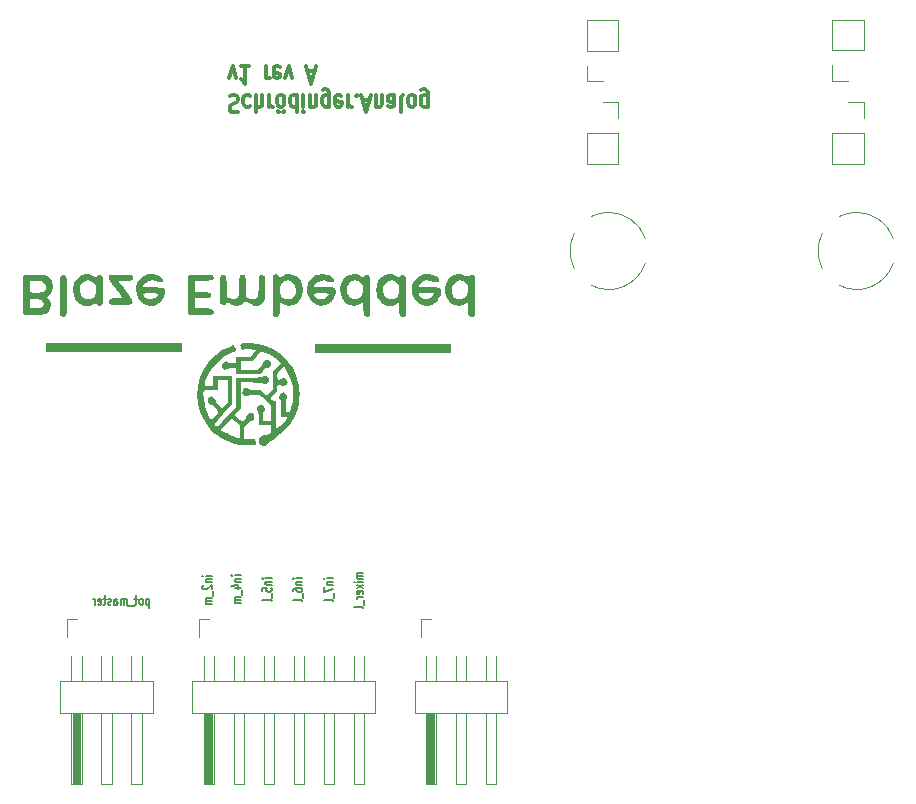
<source format=gbr>
%TF.GenerationSoftware,KiCad,Pcbnew,(6.0.0)*%
%TF.CreationDate,2022-06-06T22:40:39+03:00*%
%TF.ProjectId,analog_board,616e616c-6f67-45f6-926f-6172642e6b69,rev?*%
%TF.SameCoordinates,Original*%
%TF.FileFunction,Legend,Bot*%
%TF.FilePolarity,Positive*%
%FSLAX46Y46*%
G04 Gerber Fmt 4.6, Leading zero omitted, Abs format (unit mm)*
G04 Created by KiCad (PCBNEW (6.0.0)) date 2022-06-06 22:40:39*
%MOMM*%
%LPD*%
G01*
G04 APERTURE LIST*
%ADD10C,0.150000*%
%ADD11C,0.300000*%
%ADD12C,0.120000*%
%ADD13R,0.760000X6.000000*%
G04 APERTURE END LIST*
D10*
X141561904Y-121457142D02*
X141028571Y-121457142D01*
X140761904Y-121457142D02*
X140800000Y-121428571D01*
X140838095Y-121457142D01*
X140800000Y-121485714D01*
X140761904Y-121457142D01*
X140838095Y-121457142D01*
X141028571Y-121742857D02*
X141561904Y-121742857D01*
X141104761Y-121742857D02*
X141066666Y-121771428D01*
X141028571Y-121828571D01*
X141028571Y-121914285D01*
X141066666Y-121971428D01*
X141142857Y-122000000D01*
X141561904Y-122000000D01*
X140761904Y-122542857D02*
X140761904Y-122428571D01*
X140800000Y-122371428D01*
X140838095Y-122342857D01*
X140952380Y-122285714D01*
X141104761Y-122257142D01*
X141409523Y-122257142D01*
X141485714Y-122285714D01*
X141523809Y-122314285D01*
X141561904Y-122371428D01*
X141561904Y-122485714D01*
X141523809Y-122542857D01*
X141485714Y-122571428D01*
X141409523Y-122600000D01*
X141219047Y-122600000D01*
X141142857Y-122571428D01*
X141104761Y-122542857D01*
X141066666Y-122485714D01*
X141066666Y-122371428D01*
X141104761Y-122314285D01*
X141142857Y-122285714D01*
X141219047Y-122257142D01*
X141638095Y-122714285D02*
X141638095Y-123171428D01*
X141561904Y-123400000D02*
X141523809Y-123342857D01*
X141447619Y-123314285D01*
X140761904Y-123314285D01*
X146711904Y-120978571D02*
X146178571Y-120978571D01*
X146254761Y-120978571D02*
X146216666Y-121007142D01*
X146178571Y-121064285D01*
X146178571Y-121150000D01*
X146216666Y-121207142D01*
X146292857Y-121235714D01*
X146711904Y-121235714D01*
X146292857Y-121235714D02*
X146216666Y-121264285D01*
X146178571Y-121321428D01*
X146178571Y-121407142D01*
X146216666Y-121464285D01*
X146292857Y-121492857D01*
X146711904Y-121492857D01*
X146711904Y-121778571D02*
X146178571Y-121778571D01*
X145911904Y-121778571D02*
X145950000Y-121750000D01*
X145988095Y-121778571D01*
X145950000Y-121807142D01*
X145911904Y-121778571D01*
X145988095Y-121778571D01*
X146711904Y-122007142D02*
X146178571Y-122321428D01*
X146178571Y-122007142D02*
X146711904Y-122321428D01*
X146673809Y-122778571D02*
X146711904Y-122721428D01*
X146711904Y-122607142D01*
X146673809Y-122550000D01*
X146597619Y-122521428D01*
X146292857Y-122521428D01*
X146216666Y-122550000D01*
X146178571Y-122607142D01*
X146178571Y-122721428D01*
X146216666Y-122778571D01*
X146292857Y-122807142D01*
X146369047Y-122807142D01*
X146445238Y-122521428D01*
X146711904Y-123064285D02*
X146178571Y-123064285D01*
X146330952Y-123064285D02*
X146254761Y-123092857D01*
X146216666Y-123121428D01*
X146178571Y-123178571D01*
X146178571Y-123235714D01*
X146788095Y-123292857D02*
X146788095Y-123750000D01*
X146711904Y-123978571D02*
X146673809Y-123921428D01*
X146597619Y-123892857D01*
X145911904Y-123892857D01*
X136355934Y-121206585D02*
X135822601Y-121206585D01*
X135555934Y-121206585D02*
X135594030Y-121178014D01*
X135632125Y-121206585D01*
X135594030Y-121235157D01*
X135555934Y-121206585D01*
X135632125Y-121206585D01*
X135822601Y-121492300D02*
X136355934Y-121492300D01*
X135898791Y-121492300D02*
X135860696Y-121520871D01*
X135822601Y-121578014D01*
X135822601Y-121663728D01*
X135860696Y-121720871D01*
X135936887Y-121749442D01*
X136355934Y-121749442D01*
X135822601Y-122292300D02*
X136355934Y-122292300D01*
X135517839Y-122149442D02*
X136089268Y-122006585D01*
X136089268Y-122378014D01*
X136432125Y-122463728D02*
X136432125Y-122920871D01*
X136355934Y-123063728D02*
X135822601Y-123063728D01*
X135898791Y-123063728D02*
X135860696Y-123092300D01*
X135822601Y-123149442D01*
X135822601Y-123235157D01*
X135860696Y-123292300D01*
X135936887Y-123320871D01*
X136355934Y-123320871D01*
X135936887Y-123320871D02*
X135860696Y-123349442D01*
X135822601Y-123406585D01*
X135822601Y-123492300D01*
X135860696Y-123549442D01*
X135936887Y-123578014D01*
X136355934Y-123578014D01*
X144161904Y-121457142D02*
X143628571Y-121457142D01*
X143361904Y-121457142D02*
X143400000Y-121428571D01*
X143438095Y-121457142D01*
X143400000Y-121485714D01*
X143361904Y-121457142D01*
X143438095Y-121457142D01*
X143628571Y-121742857D02*
X144161904Y-121742857D01*
X143704761Y-121742857D02*
X143666666Y-121771428D01*
X143628571Y-121828571D01*
X143628571Y-121914285D01*
X143666666Y-121971428D01*
X143742857Y-122000000D01*
X144161904Y-122000000D01*
X143361904Y-122228571D02*
X143361904Y-122628571D01*
X144161904Y-122371428D01*
X144238095Y-122714285D02*
X144238095Y-123171428D01*
X144161904Y-123400000D02*
X144123809Y-123342857D01*
X144047619Y-123314285D01*
X143361904Y-123314285D01*
X128578571Y-123178571D02*
X128578571Y-123978571D01*
X128578571Y-123216666D02*
X128521428Y-123178571D01*
X128407142Y-123178571D01*
X128350000Y-123216666D01*
X128321428Y-123254761D01*
X128292857Y-123330952D01*
X128292857Y-123559523D01*
X128321428Y-123635714D01*
X128350000Y-123673809D01*
X128407142Y-123711904D01*
X128521428Y-123711904D01*
X128578571Y-123673809D01*
X127950000Y-123711904D02*
X128007142Y-123673809D01*
X128035714Y-123635714D01*
X128064285Y-123559523D01*
X128064285Y-123330952D01*
X128035714Y-123254761D01*
X128007142Y-123216666D01*
X127950000Y-123178571D01*
X127864285Y-123178571D01*
X127807142Y-123216666D01*
X127778571Y-123254761D01*
X127750000Y-123330952D01*
X127750000Y-123559523D01*
X127778571Y-123635714D01*
X127807142Y-123673809D01*
X127864285Y-123711904D01*
X127950000Y-123711904D01*
X127578571Y-123178571D02*
X127350000Y-123178571D01*
X127492857Y-122911904D02*
X127492857Y-123597619D01*
X127464285Y-123673809D01*
X127407142Y-123711904D01*
X127350000Y-123711904D01*
X127292857Y-123788095D02*
X126835714Y-123788095D01*
X126692857Y-123711904D02*
X126692857Y-123178571D01*
X126692857Y-123254761D02*
X126664285Y-123216666D01*
X126607142Y-123178571D01*
X126521428Y-123178571D01*
X126464285Y-123216666D01*
X126435714Y-123292857D01*
X126435714Y-123711904D01*
X126435714Y-123292857D02*
X126407142Y-123216666D01*
X126350000Y-123178571D01*
X126264285Y-123178571D01*
X126207142Y-123216666D01*
X126178571Y-123292857D01*
X126178571Y-123711904D01*
X125635714Y-123711904D02*
X125635714Y-123292857D01*
X125664285Y-123216666D01*
X125721428Y-123178571D01*
X125835714Y-123178571D01*
X125892857Y-123216666D01*
X125635714Y-123673809D02*
X125692857Y-123711904D01*
X125835714Y-123711904D01*
X125892857Y-123673809D01*
X125921428Y-123597619D01*
X125921428Y-123521428D01*
X125892857Y-123445238D01*
X125835714Y-123407142D01*
X125692857Y-123407142D01*
X125635714Y-123369047D01*
X125378571Y-123673809D02*
X125321428Y-123711904D01*
X125207142Y-123711904D01*
X125150000Y-123673809D01*
X125121428Y-123597619D01*
X125121428Y-123559523D01*
X125150000Y-123483333D01*
X125207142Y-123445238D01*
X125292857Y-123445238D01*
X125350000Y-123407142D01*
X125378571Y-123330952D01*
X125378571Y-123292857D01*
X125350000Y-123216666D01*
X125292857Y-123178571D01*
X125207142Y-123178571D01*
X125150000Y-123216666D01*
X124950000Y-123178571D02*
X124721428Y-123178571D01*
X124864285Y-122911904D02*
X124864285Y-123597619D01*
X124835714Y-123673809D01*
X124778571Y-123711904D01*
X124721428Y-123711904D01*
X124292857Y-123673809D02*
X124350000Y-123711904D01*
X124464285Y-123711904D01*
X124521428Y-123673809D01*
X124550000Y-123597619D01*
X124550000Y-123292857D01*
X124521428Y-123216666D01*
X124464285Y-123178571D01*
X124350000Y-123178571D01*
X124292857Y-123216666D01*
X124264285Y-123292857D01*
X124264285Y-123369047D01*
X124550000Y-123445238D01*
X124007142Y-123711904D02*
X124007142Y-123178571D01*
X124007142Y-123330952D02*
X123978571Y-123254761D01*
X123950000Y-123216666D01*
X123892857Y-123178571D01*
X123835714Y-123178571D01*
D11*
X135423571Y-80600357D02*
X135595000Y-80528928D01*
X135880714Y-80528928D01*
X135995000Y-80600357D01*
X136052142Y-80671785D01*
X136109285Y-80814642D01*
X136109285Y-80957500D01*
X136052142Y-81100357D01*
X135995000Y-81171785D01*
X135880714Y-81243214D01*
X135652142Y-81314642D01*
X135537857Y-81386071D01*
X135480714Y-81457500D01*
X135423571Y-81600357D01*
X135423571Y-81743214D01*
X135480714Y-81886071D01*
X135537857Y-81957500D01*
X135652142Y-82028928D01*
X135937857Y-82028928D01*
X136109285Y-81957500D01*
X137137857Y-80600357D02*
X137023571Y-80528928D01*
X136795000Y-80528928D01*
X136680714Y-80600357D01*
X136623571Y-80671785D01*
X136566428Y-80814642D01*
X136566428Y-81243214D01*
X136623571Y-81386071D01*
X136680714Y-81457500D01*
X136795000Y-81528928D01*
X137023571Y-81528928D01*
X137137857Y-81457500D01*
X137652142Y-80528928D02*
X137652142Y-82028928D01*
X138166428Y-80528928D02*
X138166428Y-81314642D01*
X138109285Y-81457500D01*
X137995000Y-81528928D01*
X137823571Y-81528928D01*
X137709285Y-81457500D01*
X137652142Y-81386071D01*
X138737857Y-80528928D02*
X138737857Y-81528928D01*
X138737857Y-81243214D02*
X138795000Y-81386071D01*
X138852142Y-81457500D01*
X138966428Y-81528928D01*
X139080714Y-81528928D01*
X139652142Y-80528928D02*
X139537857Y-80600357D01*
X139480714Y-80671785D01*
X139423571Y-80814642D01*
X139423571Y-81243214D01*
X139480714Y-81386071D01*
X139537857Y-81457500D01*
X139652142Y-81528928D01*
X139823571Y-81528928D01*
X139937857Y-81457500D01*
X139995000Y-81386071D01*
X140052142Y-81243214D01*
X140052142Y-80814642D01*
X139995000Y-80671785D01*
X139937857Y-80600357D01*
X139823571Y-80528928D01*
X139652142Y-80528928D01*
X139537857Y-82028928D02*
X139595000Y-81957500D01*
X139537857Y-81886071D01*
X139480714Y-81957500D01*
X139537857Y-82028928D01*
X139537857Y-81886071D01*
X139995000Y-82028928D02*
X140052142Y-81957500D01*
X139995000Y-81886071D01*
X139937857Y-81957500D01*
X139995000Y-82028928D01*
X139995000Y-81886071D01*
X141080714Y-80528928D02*
X141080714Y-82028928D01*
X141080714Y-80600357D02*
X140966428Y-80528928D01*
X140737857Y-80528928D01*
X140623571Y-80600357D01*
X140566428Y-80671785D01*
X140509285Y-80814642D01*
X140509285Y-81243214D01*
X140566428Y-81386071D01*
X140623571Y-81457500D01*
X140737857Y-81528928D01*
X140966428Y-81528928D01*
X141080714Y-81457500D01*
X141652142Y-80528928D02*
X141652142Y-81528928D01*
X141652142Y-82028928D02*
X141595000Y-81957500D01*
X141652142Y-81886071D01*
X141709285Y-81957500D01*
X141652142Y-82028928D01*
X141652142Y-81886071D01*
X142223571Y-81528928D02*
X142223571Y-80528928D01*
X142223571Y-81386071D02*
X142280714Y-81457500D01*
X142395000Y-81528928D01*
X142566428Y-81528928D01*
X142680714Y-81457500D01*
X142737857Y-81314642D01*
X142737857Y-80528928D01*
X143823571Y-81528928D02*
X143823571Y-80314642D01*
X143766428Y-80171785D01*
X143709285Y-80100357D01*
X143595000Y-80028928D01*
X143423571Y-80028928D01*
X143309285Y-80100357D01*
X143823571Y-80600357D02*
X143709285Y-80528928D01*
X143480714Y-80528928D01*
X143366428Y-80600357D01*
X143309285Y-80671785D01*
X143252142Y-80814642D01*
X143252142Y-81243214D01*
X143309285Y-81386071D01*
X143366428Y-81457500D01*
X143480714Y-81528928D01*
X143709285Y-81528928D01*
X143823571Y-81457500D01*
X144852142Y-80600357D02*
X144737857Y-80528928D01*
X144509285Y-80528928D01*
X144395000Y-80600357D01*
X144337857Y-80743214D01*
X144337857Y-81314642D01*
X144395000Y-81457500D01*
X144509285Y-81528928D01*
X144737857Y-81528928D01*
X144852142Y-81457500D01*
X144909285Y-81314642D01*
X144909285Y-81171785D01*
X144337857Y-81028928D01*
X145423571Y-80528928D02*
X145423571Y-81528928D01*
X145423571Y-81243214D02*
X145480714Y-81386071D01*
X145537857Y-81457500D01*
X145652142Y-81528928D01*
X145766428Y-81528928D01*
X146166428Y-80671785D02*
X146223571Y-80600357D01*
X146166428Y-80528928D01*
X146109285Y-80600357D01*
X146166428Y-80671785D01*
X146166428Y-80528928D01*
X146680714Y-80957500D02*
X147252142Y-80957500D01*
X146566428Y-80528928D02*
X146966428Y-82028928D01*
X147366428Y-80528928D01*
X147766428Y-81528928D02*
X147766428Y-80528928D01*
X147766428Y-81386071D02*
X147823571Y-81457500D01*
X147937857Y-81528928D01*
X148109285Y-81528928D01*
X148223571Y-81457500D01*
X148280714Y-81314642D01*
X148280714Y-80528928D01*
X149366428Y-80528928D02*
X149366428Y-81314642D01*
X149309285Y-81457500D01*
X149195000Y-81528928D01*
X148966428Y-81528928D01*
X148852142Y-81457500D01*
X149366428Y-80600357D02*
X149252142Y-80528928D01*
X148966428Y-80528928D01*
X148852142Y-80600357D01*
X148795000Y-80743214D01*
X148795000Y-80886071D01*
X148852142Y-81028928D01*
X148966428Y-81100357D01*
X149252142Y-81100357D01*
X149366428Y-81171785D01*
X150109285Y-80528928D02*
X149995000Y-80600357D01*
X149937857Y-80743214D01*
X149937857Y-82028928D01*
X150737857Y-80528928D02*
X150623571Y-80600357D01*
X150566428Y-80671785D01*
X150509285Y-80814642D01*
X150509285Y-81243214D01*
X150566428Y-81386071D01*
X150623571Y-81457500D01*
X150737857Y-81528928D01*
X150909285Y-81528928D01*
X151023571Y-81457500D01*
X151080714Y-81386071D01*
X151137857Y-81243214D01*
X151137857Y-80814642D01*
X151080714Y-80671785D01*
X151023571Y-80600357D01*
X150909285Y-80528928D01*
X150737857Y-80528928D01*
X152166428Y-81528928D02*
X152166428Y-80314642D01*
X152109285Y-80171785D01*
X152052142Y-80100357D01*
X151937857Y-80028928D01*
X151766428Y-80028928D01*
X151652142Y-80100357D01*
X152166428Y-80600357D02*
X152052142Y-80528928D01*
X151823571Y-80528928D01*
X151709285Y-80600357D01*
X151652142Y-80671785D01*
X151595000Y-80814642D01*
X151595000Y-81243214D01*
X151652142Y-81386071D01*
X151709285Y-81457500D01*
X151823571Y-81528928D01*
X152052142Y-81528928D01*
X152166428Y-81457500D01*
X135366428Y-79113928D02*
X135652142Y-78113928D01*
X135937857Y-79113928D01*
X137023571Y-78113928D02*
X136337857Y-78113928D01*
X136680714Y-78113928D02*
X136680714Y-79613928D01*
X136566428Y-79399642D01*
X136452142Y-79256785D01*
X136337857Y-79185357D01*
X138452142Y-78113928D02*
X138452142Y-79113928D01*
X138452142Y-78828214D02*
X138509285Y-78971071D01*
X138566428Y-79042500D01*
X138680714Y-79113928D01*
X138795000Y-79113928D01*
X139652142Y-78185357D02*
X139537857Y-78113928D01*
X139309285Y-78113928D01*
X139195000Y-78185357D01*
X139137857Y-78328214D01*
X139137857Y-78899642D01*
X139195000Y-79042500D01*
X139309285Y-79113928D01*
X139537857Y-79113928D01*
X139652142Y-79042500D01*
X139709285Y-78899642D01*
X139709285Y-78756785D01*
X139137857Y-78613928D01*
X140109285Y-79113928D02*
X140395000Y-78113928D01*
X140680714Y-79113928D01*
X141995000Y-78542500D02*
X142566428Y-78542500D01*
X141880714Y-78113928D02*
X142280714Y-79613928D01*
X142680714Y-78113928D01*
D10*
X133911904Y-121264285D02*
X133378571Y-121264285D01*
X133111904Y-121264285D02*
X133150000Y-121235714D01*
X133188095Y-121264285D01*
X133150000Y-121292857D01*
X133111904Y-121264285D01*
X133188095Y-121264285D01*
X133378571Y-121550000D02*
X133911904Y-121550000D01*
X133454761Y-121550000D02*
X133416666Y-121578571D01*
X133378571Y-121635714D01*
X133378571Y-121721428D01*
X133416666Y-121778571D01*
X133492857Y-121807142D01*
X133911904Y-121807142D01*
X133188095Y-122064285D02*
X133150000Y-122092857D01*
X133111904Y-122150000D01*
X133111904Y-122292857D01*
X133150000Y-122350000D01*
X133188095Y-122378571D01*
X133264285Y-122407142D01*
X133340476Y-122407142D01*
X133454761Y-122378571D01*
X133911904Y-122035714D01*
X133911904Y-122407142D01*
X133988095Y-122521428D02*
X133988095Y-122978571D01*
X133911904Y-123121428D02*
X133378571Y-123121428D01*
X133454761Y-123121428D02*
X133416666Y-123150000D01*
X133378571Y-123207142D01*
X133378571Y-123292857D01*
X133416666Y-123350000D01*
X133492857Y-123378571D01*
X133911904Y-123378571D01*
X133492857Y-123378571D02*
X133416666Y-123407142D01*
X133378571Y-123464285D01*
X133378571Y-123550000D01*
X133416666Y-123607142D01*
X133492857Y-123635714D01*
X133911904Y-123635714D01*
X138961904Y-121457142D02*
X138428571Y-121457142D01*
X138161904Y-121457142D02*
X138200000Y-121428571D01*
X138238095Y-121457142D01*
X138200000Y-121485714D01*
X138161904Y-121457142D01*
X138238095Y-121457142D01*
X138428571Y-121742857D02*
X138961904Y-121742857D01*
X138504761Y-121742857D02*
X138466666Y-121771428D01*
X138428571Y-121828571D01*
X138428571Y-121914285D01*
X138466666Y-121971428D01*
X138542857Y-122000000D01*
X138961904Y-122000000D01*
X138161904Y-122571428D02*
X138161904Y-122285714D01*
X138542857Y-122257142D01*
X138504761Y-122285714D01*
X138466666Y-122342857D01*
X138466666Y-122485714D01*
X138504761Y-122542857D01*
X138542857Y-122571428D01*
X138619047Y-122600000D01*
X138809523Y-122600000D01*
X138885714Y-122571428D01*
X138923809Y-122542857D01*
X138961904Y-122485714D01*
X138961904Y-122342857D01*
X138923809Y-122285714D01*
X138885714Y-122257142D01*
X139038095Y-122714285D02*
X139038095Y-123171428D01*
X138961904Y-123400000D02*
X138923809Y-123342857D01*
X138847619Y-123314285D01*
X138161904Y-123314285D01*
D12*
%TO.C,RV1*%
X188556863Y-90479925D02*
G75*
G03*
X187015000Y-90836000I-56863J-3270073D01*
G01*
X191591846Y-92685392D02*
G75*
G03*
X188500000Y-90480000I-3091845J-1064607D01*
G01*
X187016032Y-96663830D02*
G75*
G03*
X191592000Y-94814000I1483968J2913829D01*
G01*
X185586613Y-92264798D02*
G75*
G03*
X185586000Y-95234000I2913384J-1485203D01*
G01*
%TO.C,J9*%
X145910000Y-132895000D02*
X145910000Y-138895000D01*
X134090000Y-138895000D02*
X134090000Y-132895000D01*
X136630000Y-138895000D02*
X136630000Y-132895000D01*
X135750000Y-138895000D02*
X136630000Y-138895000D01*
X144250000Y-138895000D02*
X144250000Y-132895000D01*
X138290000Y-132895000D02*
X138290000Y-138895000D01*
X133210000Y-128045000D02*
X133210000Y-130155000D01*
X132260000Y-130155000D02*
X132260000Y-132895000D01*
X132830000Y-124905000D02*
X132830000Y-126475000D01*
X140830000Y-132895000D02*
X140830000Y-138895000D01*
X140830000Y-138895000D02*
X141710000Y-138895000D01*
X132260000Y-132895000D02*
X147740000Y-132895000D01*
X135750000Y-128045000D02*
X135750000Y-130155000D01*
X139170000Y-128045000D02*
X139170000Y-130155000D01*
X147740000Y-130155000D02*
X132260000Y-130155000D01*
X133210000Y-138895000D02*
X134090000Y-138895000D01*
X138290000Y-138895000D02*
X139170000Y-138895000D01*
X133210000Y-132895000D02*
X133210000Y-138895000D01*
X141710000Y-138895000D02*
X141710000Y-132895000D01*
X135750000Y-132895000D02*
X135750000Y-138895000D01*
X144250000Y-128045000D02*
X144250000Y-130155000D01*
X143370000Y-128045000D02*
X143370000Y-130155000D01*
X146790000Y-138895000D02*
X146790000Y-132895000D01*
X145910000Y-128045000D02*
X145910000Y-130155000D01*
X145910000Y-138895000D02*
X146790000Y-138895000D01*
X143370000Y-138895000D02*
X144250000Y-138895000D01*
X147740000Y-132895000D02*
X147740000Y-130155000D01*
X143370000Y-132895000D02*
X143370000Y-138895000D01*
X140830000Y-128045000D02*
X140830000Y-130155000D01*
X138290000Y-128045000D02*
X138290000Y-130155000D01*
X133650000Y-124905000D02*
X132830000Y-124905000D01*
X136630000Y-128045000D02*
X136630000Y-130155000D01*
X141710000Y-128045000D02*
X141710000Y-130155000D01*
X134090000Y-128045000D02*
X134090000Y-130155000D01*
X139170000Y-138895000D02*
X139170000Y-132895000D01*
X146790000Y-128045000D02*
X146790000Y-130155000D01*
%TO.C,RV3*%
X170591846Y-92685392D02*
G75*
G03*
X167500000Y-90480000I-3091845J-1064607D01*
G01*
X167556863Y-90479925D02*
G75*
G03*
X166015000Y-90836000I-56863J-3270073D01*
G01*
X164586613Y-92264798D02*
G75*
G03*
X164586000Y-95234000I2913384J-1485203D01*
G01*
X166016032Y-96663830D02*
G75*
G03*
X170592000Y-94814000I1483968J2913829D01*
G01*
%TO.C,J2*%
X189080000Y-83770000D02*
X189080000Y-86370000D01*
X186420000Y-83770000D02*
X186420000Y-86370000D01*
X189080000Y-81170000D02*
X187750000Y-81170000D01*
X189080000Y-82500000D02*
X189080000Y-81170000D01*
X189080000Y-83770000D02*
X186420000Y-83770000D01*
X189080000Y-86370000D02*
X186420000Y-86370000D01*
%TO.C,J6*%
X165670000Y-74205000D02*
X168330000Y-74205000D01*
X165670000Y-76805000D02*
X165670000Y-74205000D01*
X165670000Y-78075000D02*
X165670000Y-79405000D01*
X165670000Y-76805000D02*
X168330000Y-76805000D01*
X168330000Y-76805000D02*
X168330000Y-74205000D01*
X165670000Y-79405000D02*
X167000000Y-79405000D01*
%TO.C,RV6*%
X127100000Y-128045000D02*
X127100000Y-130155000D01*
X128930000Y-130155000D02*
X121070000Y-130155000D01*
X124560000Y-128045000D02*
X124560000Y-130155000D01*
X122900000Y-128045000D02*
X122900000Y-130155000D01*
X127100000Y-132895000D02*
X127100000Y-138895000D01*
X128930000Y-132895000D02*
X128930000Y-130155000D01*
X125440000Y-138895000D02*
X125440000Y-132895000D01*
X121070000Y-132895000D02*
X128930000Y-132895000D01*
X122020000Y-128045000D02*
X122020000Y-130155000D01*
X127100000Y-138895000D02*
X127980000Y-138895000D01*
X124560000Y-132895000D02*
X124560000Y-138895000D01*
X121070000Y-130155000D02*
X121070000Y-132895000D01*
X127980000Y-128045000D02*
X127980000Y-130155000D01*
X127980000Y-138895000D02*
X127980000Y-132895000D01*
X124560000Y-138895000D02*
X125440000Y-138895000D01*
X122020000Y-132895000D02*
X122020000Y-138895000D01*
X125440000Y-128045000D02*
X125440000Y-130155000D01*
X122020000Y-138895000D02*
X122900000Y-138895000D01*
X122900000Y-138895000D02*
X122900000Y-132895000D01*
X121640000Y-124905000D02*
X121640000Y-126475000D01*
X122460000Y-124905000D02*
X121640000Y-124905000D01*
%TO.C,G\u002A\u002A\u002A*%
G36*
X137521688Y-105907229D02*
G01*
X137461847Y-105907525D01*
X137250894Y-105916826D01*
X137119799Y-105941278D01*
X137051004Y-105983735D01*
X137002303Y-106022134D01*
X136865941Y-106056672D01*
X136711034Y-106040980D01*
X136583233Y-105975830D01*
X136538461Y-105917205D01*
X136494939Y-105767559D01*
X136503833Y-105605781D01*
X136566768Y-105480679D01*
X136684607Y-105394476D01*
X136844676Y-105371735D01*
X137030182Y-105444196D01*
X137085925Y-105474217D01*
X137216530Y-105520243D01*
X137384646Y-105543664D01*
X137622216Y-105550201D01*
X138034585Y-105550201D01*
X138301499Y-105778232D01*
X138568412Y-106006264D01*
X138829789Y-105705753D01*
X139091165Y-105405243D01*
X139091165Y-103876884D01*
X139409681Y-103569030D01*
X139728197Y-103261177D01*
X139575444Y-103101021D01*
X139492116Y-103021329D01*
X139266606Y-102843185D01*
X138992807Y-102660837D01*
X138702662Y-102494763D01*
X138428113Y-102365443D01*
X138096587Y-102230664D01*
X137948580Y-102398565D01*
X137849127Y-102509483D01*
X137702111Y-102670469D01*
X137550411Y-102834237D01*
X137300249Y-103102008D01*
X136336948Y-103102008D01*
X136336948Y-103816064D01*
X137807395Y-103816064D01*
X138015746Y-103579365D01*
X138107458Y-103463624D01*
X138191629Y-103327208D01*
X138224097Y-103230242D01*
X138229170Y-103177118D01*
X138295590Y-103051505D01*
X138417904Y-102977050D01*
X138569230Y-102958840D01*
X138722685Y-103001964D01*
X138851386Y-103111511D01*
X138899581Y-103183118D01*
X138925593Y-103279454D01*
X138891235Y-103398167D01*
X138839747Y-103482795D01*
X138735030Y-103581776D01*
X138621102Y-103641029D01*
X138531327Y-103638296D01*
X138526674Y-103637093D01*
X138465372Y-103670740D01*
X138360526Y-103761912D01*
X138231888Y-103893755D01*
X137974602Y-104175267D01*
X136964510Y-104161429D01*
X135954418Y-104147590D01*
X135938872Y-103905321D01*
X135923327Y-103663052D01*
X135658350Y-103664674D01*
X135579664Y-103667909D01*
X135408098Y-103694761D01*
X135294368Y-103741180D01*
X135222062Y-103784400D01*
X135057733Y-103814388D01*
X134907628Y-103765433D01*
X134798180Y-103650272D01*
X134755823Y-103481646D01*
X134769404Y-103370792D01*
X134848185Y-103217452D01*
X134977274Y-103125345D01*
X135133669Y-103107487D01*
X135294368Y-103176892D01*
X135332220Y-103198152D01*
X135475517Y-103237482D01*
X135658350Y-103253398D01*
X135923327Y-103255020D01*
X135938872Y-103012751D01*
X135954418Y-102770482D01*
X136550043Y-102756144D01*
X137145669Y-102741806D01*
X137405165Y-102442266D01*
X137664661Y-102142725D01*
X137409586Y-102107643D01*
X137272970Y-102094658D01*
X137042579Y-102086189D01*
X136816229Y-102089958D01*
X136477947Y-102107354D01*
X136382139Y-101863448D01*
X136352541Y-101786823D01*
X136320439Y-101672457D01*
X136343613Y-101609085D01*
X136437483Y-101576450D01*
X136617470Y-101554293D01*
X136641685Y-101552178D01*
X136806886Y-101546734D01*
X137024822Y-101548755D01*
X137255020Y-101558006D01*
X137823656Y-101628611D01*
X138453374Y-101800231D01*
X139048656Y-102064689D01*
X139600570Y-102417911D01*
X140100187Y-102855824D01*
X140373087Y-103159268D01*
X140751800Y-103699209D01*
X141040174Y-104286217D01*
X141237358Y-104918746D01*
X141255179Y-105001983D01*
X141311547Y-105411459D01*
X141331387Y-105860638D01*
X141315583Y-106315464D01*
X141265018Y-106741878D01*
X141180578Y-107105823D01*
X140934610Y-107732686D01*
X140602428Y-108312600D01*
X140189887Y-108830002D01*
X139698606Y-109282870D01*
X139130203Y-109669180D01*
X139045355Y-109719562D01*
X138885813Y-109821165D01*
X138775395Y-109901265D01*
X138734137Y-109945865D01*
X138733096Y-109952605D01*
X138688732Y-110022701D01*
X138599179Y-110117495D01*
X138420388Y-110224422D01*
X138232976Y-110238552D01*
X138060525Y-110163644D01*
X137926404Y-110003654D01*
X137879121Y-109876695D01*
X137880984Y-109687711D01*
X137963907Y-109527723D01*
X138115170Y-109416922D01*
X138322056Y-109375502D01*
X138337557Y-109375271D01*
X138528882Y-109348121D01*
X138706904Y-109289549D01*
X138887149Y-109203597D01*
X138887149Y-108508434D01*
X137867068Y-108508434D01*
X137867068Y-107964156D01*
X137866956Y-107906733D01*
X137862162Y-107663471D01*
X137848455Y-107498912D01*
X137823307Y-107393655D01*
X137784187Y-107328296D01*
X137715237Y-107196274D01*
X137714099Y-107026856D01*
X137792092Y-106874615D01*
X137822959Y-106846070D01*
X137970753Y-106783644D01*
X138139590Y-106787364D01*
X138283835Y-106858708D01*
X138335504Y-106930841D01*
X138373172Y-107076567D01*
X138362078Y-107226773D01*
X138300603Y-107335341D01*
X138256360Y-107408680D01*
X138231675Y-107549799D01*
X138224097Y-107775120D01*
X138224097Y-108151405D01*
X138887149Y-108151405D01*
X138887149Y-106786859D01*
X138294232Y-106242601D01*
X138885685Y-106242601D01*
X138891608Y-106290386D01*
X138931110Y-106334390D01*
X139019301Y-106386545D01*
X139158936Y-106417269D01*
X139295181Y-106417269D01*
X139295181Y-108939021D01*
X139630989Y-108608968D01*
X139677417Y-108562674D01*
X139848825Y-108381252D01*
X140008158Y-108198079D01*
X140140472Y-108031694D01*
X140230820Y-107900635D01*
X140264257Y-107823441D01*
X140247084Y-107812982D01*
X140154753Y-107799608D01*
X140009237Y-107794377D01*
X139754217Y-107794377D01*
X139754217Y-107061064D01*
X139754165Y-107001013D01*
X139751568Y-106717910D01*
X139743923Y-106518221D01*
X139729671Y-106386191D01*
X139707252Y-106306067D01*
X139675106Y-106262095D01*
X139625899Y-106194881D01*
X139609885Y-106058394D01*
X139659093Y-105911171D01*
X139766865Y-105787631D01*
X139818441Y-105755015D01*
X139982408Y-105718309D01*
X140136926Y-105775455D01*
X140262679Y-105921247D01*
X140307374Y-106016022D01*
X140307461Y-106102332D01*
X140251506Y-106217980D01*
X140210233Y-106312653D01*
X140181621Y-106447606D01*
X140166604Y-106638880D01*
X140162249Y-106909172D01*
X140162249Y-107443812D01*
X140328012Y-107427830D01*
X140418791Y-107411653D01*
X140483935Y-107368037D01*
X140538851Y-107273927D01*
X140603656Y-107105823D01*
X140619416Y-107060957D01*
X140762758Y-106489675D01*
X140809358Y-105901295D01*
X140760086Y-105307198D01*
X140615812Y-104718760D01*
X140377407Y-104147361D01*
X140295652Y-103995189D01*
X140187302Y-103811249D01*
X140096160Y-103674475D01*
X139970896Y-103507385D01*
X139709544Y-103793345D01*
X139625999Y-103885741D01*
X139525962Y-104008727D01*
X139472869Y-104110061D01*
X139451890Y-104223105D01*
X139448193Y-104381219D01*
X139448748Y-104433778D01*
X139466355Y-104603734D01*
X139515073Y-104681013D01*
X139603516Y-104671511D01*
X139740300Y-104581124D01*
X139859459Y-104509556D01*
X139967430Y-104479116D01*
X140055296Y-104503557D01*
X140177765Y-104595251D01*
X140275398Y-104722332D01*
X140315261Y-104849711D01*
X140274270Y-104997686D01*
X140166737Y-105113880D01*
X140021765Y-105181389D01*
X139868478Y-105186792D01*
X139736001Y-105116666D01*
X139677472Y-105075156D01*
X139553844Y-105040160D01*
X139519119Y-105042470D01*
X139473205Y-105070723D01*
X139452818Y-105151174D01*
X139448193Y-105308640D01*
X139445338Y-105427556D01*
X139427107Y-105532591D01*
X139379861Y-105630664D01*
X139289984Y-105748873D01*
X139143861Y-105914315D01*
X139011380Y-106063021D01*
X138922542Y-106172868D01*
X138885685Y-106242601D01*
X138294232Y-106242601D01*
X137928877Y-105907229D01*
X137521688Y-105907229D01*
G37*
G36*
X154137350Y-102387952D02*
G01*
X142610442Y-102387952D01*
X142610442Y-101622891D01*
X154137350Y-101622891D01*
X154137350Y-102387952D01*
G37*
G36*
X153746720Y-96523172D02*
G01*
X153893192Y-96225308D01*
X154101676Y-95979239D01*
X154366868Y-95803122D01*
X154408137Y-95785201D01*
X154712100Y-95713208D01*
X155031874Y-95729206D01*
X155337780Y-95832304D01*
X155341123Y-95833996D01*
X155483821Y-95903687D01*
X155567206Y-95929346D01*
X155622253Y-95913283D01*
X155679937Y-95857806D01*
X155776279Y-95792296D01*
X155918232Y-95757430D01*
X155927670Y-95757441D01*
X156001373Y-95760605D01*
X156060592Y-95776269D01*
X156106910Y-95814380D01*
X156141913Y-95884883D01*
X156167183Y-95997723D01*
X156184307Y-96162844D01*
X156194867Y-96390193D01*
X156200448Y-96689714D01*
X156202635Y-97071353D01*
X156203012Y-97545054D01*
X156203009Y-97606447D01*
X156202594Y-98045299D01*
X156201049Y-98394677D01*
X156197744Y-98665727D01*
X156192053Y-98869596D01*
X156183349Y-99017430D01*
X156171004Y-99120377D01*
X156154391Y-99189581D01*
X156132882Y-99236191D01*
X156105850Y-99271352D01*
X156015772Y-99347194D01*
X155883599Y-99371110D01*
X155729823Y-99299317D01*
X155722282Y-99293956D01*
X155673758Y-99249883D01*
X155642825Y-99188296D01*
X155625574Y-99088078D01*
X155618091Y-98928108D01*
X155616466Y-98687268D01*
X155615228Y-98518553D01*
X155610264Y-98330453D01*
X155602383Y-98202098D01*
X155592535Y-98154618D01*
X155576811Y-98159204D01*
X155491550Y-98197295D01*
X155363782Y-98261377D01*
X155156548Y-98346499D01*
X154837507Y-98395990D01*
X154527710Y-98353372D01*
X154242335Y-98223868D01*
X153996557Y-98012701D01*
X153805551Y-97725094D01*
X153732395Y-97545964D01*
X153661018Y-97201656D01*
X153664024Y-97042239D01*
X154242288Y-97042239D01*
X154264797Y-97278725D01*
X154324533Y-97477128D01*
X154359403Y-97541417D01*
X154523244Y-97720130D01*
X154736718Y-97822256D01*
X154979340Y-97841169D01*
X155230625Y-97770241D01*
X155392501Y-97653001D01*
X155524371Y-97459295D01*
X155598892Y-97224528D01*
X155614896Y-96972546D01*
X155571215Y-96727193D01*
X155466682Y-96512314D01*
X155300126Y-96351754D01*
X155158054Y-96281772D01*
X154914056Y-96241270D01*
X154677940Y-96290445D01*
X154470028Y-96423490D01*
X154310642Y-96634596D01*
X154257736Y-96811976D01*
X154242288Y-97042239D01*
X153664024Y-97042239D01*
X153667561Y-96854673D01*
X153746720Y-96523172D01*
G37*
G36*
X117882914Y-96203436D02*
G01*
X117890837Y-96046778D01*
X117902185Y-95940225D01*
X117917554Y-95872910D01*
X117937544Y-95833964D01*
X117962751Y-95812519D01*
X117964601Y-95811500D01*
X118057150Y-95790388D01*
X118228845Y-95774787D01*
X118457899Y-95764654D01*
X118722528Y-95759946D01*
X119000945Y-95760617D01*
X119271366Y-95766626D01*
X119512003Y-95777927D01*
X119701072Y-95794478D01*
X119816787Y-95816235D01*
X119985610Y-95886808D01*
X120220681Y-96056851D01*
X120377514Y-96287926D01*
X120402974Y-96349918D01*
X120463348Y-96617013D01*
X120460261Y-96893263D01*
X120398972Y-97153188D01*
X120284737Y-97371308D01*
X120122816Y-97522142D01*
X120101160Y-97535227D01*
X120004095Y-97602886D01*
X119964659Y-97646684D01*
X119965274Y-97650314D01*
X120006565Y-97709023D01*
X120092742Y-97798129D01*
X120218400Y-97967415D01*
X120289636Y-98198419D01*
X120289665Y-98447874D01*
X120222278Y-98690930D01*
X120091267Y-98902743D01*
X119900423Y-99058463D01*
X119873358Y-99072080D01*
X119781645Y-99104339D01*
X119655628Y-99128035D01*
X119478383Y-99144993D01*
X119232985Y-99157035D01*
X118902511Y-99165986D01*
X118875666Y-99166549D01*
X118567666Y-99171748D01*
X118344195Y-99171733D01*
X118189057Y-99165264D01*
X118086057Y-99151102D01*
X118018999Y-99128008D01*
X117971688Y-99094741D01*
X117969842Y-99093059D01*
X117942545Y-99062761D01*
X117920944Y-99020145D01*
X117904375Y-98954000D01*
X117892175Y-98853114D01*
X117883681Y-98706277D01*
X117878229Y-98502278D01*
X117875156Y-98229904D01*
X117873799Y-97877946D01*
X117873779Y-97848594D01*
X118481073Y-97848594D01*
X118496059Y-98218373D01*
X118511044Y-98588152D01*
X118977618Y-98588152D01*
X119013835Y-98588100D01*
X119236448Y-98583456D01*
X119384299Y-98568424D01*
X119481312Y-98538952D01*
X119551413Y-98490990D01*
X119599499Y-98433861D01*
X119654964Y-98272899D01*
X119640809Y-98097832D01*
X119556627Y-97950602D01*
X119529767Y-97926131D01*
X119460710Y-97886161D01*
X119359552Y-97862602D01*
X119203021Y-97851424D01*
X118967846Y-97848594D01*
X118481073Y-97848594D01*
X117873779Y-97848594D01*
X117873494Y-97435191D01*
X117873712Y-97082727D01*
X117874949Y-96710542D01*
X117875775Y-96627136D01*
X118492159Y-96627136D01*
X118496093Y-96832777D01*
X118511044Y-97262048D01*
X118970080Y-97275686D01*
X119167269Y-97276884D01*
X119439130Y-97252727D01*
X119631650Y-97191390D01*
X119756340Y-97088337D01*
X119824712Y-96939034D01*
X119840901Y-96849075D01*
X119824599Y-96633229D01*
X119733719Y-96455168D01*
X119578182Y-96339040D01*
X119482140Y-96310522D01*
X119306990Y-96283336D01*
X119101951Y-96268572D01*
X118893240Y-96266318D01*
X118707075Y-96276662D01*
X118569670Y-96299690D01*
X118507244Y-96335488D01*
X118503429Y-96350934D01*
X118494819Y-96456949D01*
X118492159Y-96627136D01*
X117875775Y-96627136D01*
X117877817Y-96421068D01*
X117882914Y-96203436D01*
G37*
G36*
X144858699Y-96560344D02*
G01*
X145001664Y-96241402D01*
X145214701Y-95985629D01*
X145492169Y-95803122D01*
X145579406Y-95768434D01*
X145860525Y-95714704D01*
X146154602Y-95729043D01*
X146428890Y-95807417D01*
X146650644Y-95945794D01*
X146711326Y-95986585D01*
X146741767Y-95972994D01*
X146741858Y-95968957D01*
X146789080Y-95871772D01*
X146895786Y-95791098D01*
X147022289Y-95757430D01*
X147035020Y-95757452D01*
X147106796Y-95760839D01*
X147164446Y-95776969D01*
X147209516Y-95815761D01*
X147243555Y-95887131D01*
X147268111Y-96000999D01*
X147284731Y-96167284D01*
X147294963Y-96395902D01*
X147300355Y-96696774D01*
X147302455Y-97079816D01*
X147302811Y-97554948D01*
X147302655Y-97838867D01*
X147301468Y-98240832D01*
X147298664Y-98558016D01*
X147293716Y-98801219D01*
X147286100Y-98981239D01*
X147275286Y-99108872D01*
X147260750Y-99194918D01*
X147241963Y-99250176D01*
X147218400Y-99285442D01*
X147144830Y-99347210D01*
X147011721Y-99371544D01*
X146855124Y-99299317D01*
X146847583Y-99293956D01*
X146799059Y-99249883D01*
X146768127Y-99188296D01*
X146750875Y-99088078D01*
X146743392Y-98928108D01*
X146741767Y-98687268D01*
X146740530Y-98518553D01*
X146735566Y-98330453D01*
X146727685Y-98202098D01*
X146717836Y-98154618D01*
X146702112Y-98159204D01*
X146616851Y-98197295D01*
X146489083Y-98261377D01*
X146219936Y-98364857D01*
X145909424Y-98398348D01*
X145614758Y-98345170D01*
X145347586Y-98213506D01*
X145119558Y-98011538D01*
X144942323Y-97747450D01*
X144827531Y-97429423D01*
X144786829Y-97065642D01*
X144788331Y-97022294D01*
X145340157Y-97022294D01*
X145369769Y-97275613D01*
X145478282Y-97531056D01*
X145516529Y-97587444D01*
X145695877Y-97748066D01*
X145918749Y-97835742D01*
X146157583Y-97843391D01*
X146384813Y-97763931D01*
X146502970Y-97672197D01*
X146642444Y-97475145D01*
X146721890Y-97236510D01*
X146740609Y-96980574D01*
X146697904Y-96731616D01*
X146593076Y-96513916D01*
X146425427Y-96351754D01*
X146242231Y-96265610D01*
X146014878Y-96236698D01*
X145804586Y-96286906D01*
X145621661Y-96403403D01*
X145476410Y-96573356D01*
X145379140Y-96783930D01*
X145340157Y-97022294D01*
X144788331Y-97022294D01*
X144791446Y-96932358D01*
X144858699Y-96560344D01*
G37*
G36*
X125613354Y-101533416D02*
G01*
X131364056Y-101546385D01*
X131379042Y-101916164D01*
X131394027Y-102285944D01*
X119862651Y-102285944D01*
X119862651Y-101520446D01*
X125613354Y-101533416D01*
G37*
G36*
X150871055Y-96710817D02*
G01*
X150937724Y-96483213D01*
X151107018Y-96181164D01*
X151354162Y-95944678D01*
X151676869Y-95776404D01*
X151854331Y-95731634D01*
X152103629Y-95714440D01*
X152366970Y-95733878D01*
X152621285Y-95785031D01*
X152843509Y-95862983D01*
X153010574Y-95962816D01*
X153099412Y-96079615D01*
X153113340Y-96128004D01*
X153116675Y-96281460D01*
X153048416Y-96381448D01*
X152997805Y-96402403D01*
X152876877Y-96418360D01*
X152756857Y-96408784D01*
X152686902Y-96374603D01*
X152661961Y-96355205D01*
X152558632Y-96311984D01*
X152409500Y-96268978D01*
X152353385Y-96256842D01*
X152060093Y-96243683D01*
X151806300Y-96324541D01*
X151591808Y-96499474D01*
X151543501Y-96555071D01*
X151466033Y-96653905D01*
X151434525Y-96725514D01*
X151458317Y-96774277D01*
X151546750Y-96804578D01*
X151709164Y-96820797D01*
X151954901Y-96827315D01*
X152293300Y-96828514D01*
X152462135Y-96828686D01*
X152734894Y-96830717D01*
X152929446Y-96836406D01*
X153061710Y-96847445D01*
X153147601Y-96865527D01*
X153203037Y-96892344D01*
X153243935Y-96929589D01*
X153298464Y-97043819D01*
X153308401Y-97230935D01*
X153265226Y-97454614D01*
X153171359Y-97689534D01*
X153015829Y-97921122D01*
X152782660Y-98138877D01*
X152510275Y-98298200D01*
X152221646Y-98386040D01*
X151939746Y-98389344D01*
X151814578Y-98363136D01*
X151494589Y-98231675D01*
X151228634Y-98025273D01*
X151025009Y-97756958D01*
X150892008Y-97439759D01*
X150879903Y-97360736D01*
X151434137Y-97360736D01*
X151471780Y-97490484D01*
X151570095Y-97633719D01*
X151700636Y-97746372D01*
X151710645Y-97752343D01*
X151925925Y-97830723D01*
X152153704Y-97836664D01*
X152367884Y-97777200D01*
X152542371Y-97659366D01*
X152651069Y-97490194D01*
X152703931Y-97338554D01*
X152069034Y-97338554D01*
X152043742Y-97338572D01*
X151806069Y-97340558D01*
X151612342Y-97345365D01*
X151481914Y-97352316D01*
X151434137Y-97360736D01*
X150879903Y-97360736D01*
X150837925Y-97086702D01*
X150871055Y-96710817D01*
G37*
G36*
X139043194Y-96682607D02*
G01*
X139047643Y-96403549D01*
X139054726Y-96193122D01*
X139064950Y-96040428D01*
X139078825Y-95934571D01*
X139096858Y-95864655D01*
X139119559Y-95819782D01*
X139169492Y-95765823D01*
X139307242Y-95707967D01*
X139458405Y-95729933D01*
X139589731Y-95830933D01*
X139687669Y-95955441D01*
X139933603Y-95830933D01*
X140160332Y-95742022D01*
X140470720Y-95700192D01*
X140764724Y-95746343D01*
X141030941Y-95872343D01*
X141257967Y-96070058D01*
X141434398Y-96331356D01*
X141548832Y-96648104D01*
X141589863Y-97012168D01*
X141582721Y-97208212D01*
X141561501Y-97406521D01*
X141531056Y-97547710D01*
X141434408Y-97767126D01*
X141243523Y-98031162D01*
X141005152Y-98228630D01*
X140734511Y-98353263D01*
X140446819Y-98398789D01*
X140157294Y-98358939D01*
X139881156Y-98227444D01*
X139832704Y-98195112D01*
X139728030Y-98129653D01*
X139675446Y-98103614D01*
X139668011Y-98131894D01*
X139659842Y-98243194D01*
X139654270Y-98419306D01*
X139652209Y-98639156D01*
X139650931Y-98836973D01*
X139643633Y-99020081D01*
X139626740Y-99139858D01*
X139596760Y-99218125D01*
X139550201Y-99276707D01*
X139414054Y-99365080D01*
X139277055Y-99355478D01*
X139145871Y-99244326D01*
X139136736Y-99232505D01*
X139108955Y-99190266D01*
X139087080Y-99137842D01*
X139070406Y-99063753D01*
X139058230Y-98956524D01*
X139049847Y-98804676D01*
X139044553Y-98596731D01*
X139041643Y-98321211D01*
X139040414Y-97966640D01*
X139040161Y-97521538D01*
X139040163Y-97490202D01*
X139040868Y-97042239D01*
X139655140Y-97042239D01*
X139677648Y-97278725D01*
X139737384Y-97477128D01*
X139795027Y-97575332D01*
X139962355Y-97735494D01*
X140169592Y-97824420D01*
X140394225Y-97842237D01*
X140613743Y-97789072D01*
X140805632Y-97665051D01*
X140947381Y-97470303D01*
X141008954Y-97283810D01*
X141028055Y-97019417D01*
X140982892Y-96758680D01*
X140879344Y-96530623D01*
X140723293Y-96364272D01*
X140558369Y-96278796D01*
X140319651Y-96240913D01*
X140087264Y-96291280D01*
X139881711Y-96424356D01*
X139723493Y-96634596D01*
X139670588Y-96811976D01*
X139655140Y-97042239D01*
X139040868Y-97042239D01*
X139040870Y-97041193D01*
X139043194Y-96682607D01*
G37*
G36*
X122219140Y-96586282D02*
G01*
X122351020Y-96265236D01*
X122556914Y-96005015D01*
X122832486Y-95814372D01*
X122906025Y-95781456D01*
X123218012Y-95708202D01*
X123539663Y-95728906D01*
X123848457Y-95842937D01*
X124099273Y-95979448D01*
X124177027Y-95868439D01*
X124225323Y-95816838D01*
X124362047Y-95759528D01*
X124509634Y-95777579D01*
X124628634Y-95870786D01*
X124642650Y-95894224D01*
X124666205Y-95960698D01*
X124683553Y-96062977D01*
X124695550Y-96214298D01*
X124703057Y-96427898D01*
X124706932Y-96717014D01*
X124708032Y-97094883D01*
X124707902Y-97306928D01*
X124706527Y-97622686D01*
X124702695Y-97857818D01*
X124695246Y-98026140D01*
X124683016Y-98141467D01*
X124664844Y-98217615D01*
X124639567Y-98268397D01*
X124606024Y-98307630D01*
X124470574Y-98394795D01*
X124323270Y-98388333D01*
X124175548Y-98280608D01*
X124055966Y-98151577D01*
X123880927Y-98254852D01*
X123789245Y-98302799D01*
X123488689Y-98389056D01*
X123176941Y-98385225D01*
X122876604Y-98293756D01*
X122610283Y-98117100D01*
X122528885Y-98038808D01*
X122338198Y-97789901D01*
X122222079Y-97503320D01*
X122168985Y-97153870D01*
X122166880Y-97032530D01*
X122718876Y-97032530D01*
X122722460Y-97123403D01*
X122785455Y-97399427D01*
X122920020Y-97617223D01*
X123117068Y-97765573D01*
X123367512Y-97833259D01*
X123580093Y-97824545D01*
X123804269Y-97736452D01*
X123972932Y-97568766D01*
X124079659Y-97328428D01*
X124118023Y-97022381D01*
X124117933Y-96993474D01*
X124083356Y-96738020D01*
X123977651Y-96537415D01*
X123786809Y-96363798D01*
X123674823Y-96297714D01*
X123446680Y-96236392D01*
X123225600Y-96261401D01*
X123026931Y-96363130D01*
X122866021Y-96531969D01*
X122758220Y-96758306D01*
X122718876Y-97032530D01*
X122166880Y-97032530D01*
X122165611Y-96959396D01*
X122219140Y-96586282D01*
G37*
G36*
X127506619Y-96827448D02*
G01*
X127595134Y-96479978D01*
X127764763Y-96181070D01*
X128007781Y-95942523D01*
X128316463Y-95776135D01*
X128452734Y-95740500D01*
X128712877Y-95717343D01*
X128999353Y-95729809D01*
X129271325Y-95775285D01*
X129487953Y-95851154D01*
X129542107Y-95880510D01*
X129714463Y-96010896D01*
X129787610Y-96149330D01*
X129763771Y-96299423D01*
X129756289Y-96314360D01*
X129655329Y-96403171D01*
X129501102Y-96415879D01*
X129308612Y-96350792D01*
X129212985Y-96308976D01*
X128914096Y-96244109D01*
X128614328Y-96265241D01*
X128484703Y-96312787D01*
X128314647Y-96423307D01*
X128181561Y-96561703D01*
X128116272Y-96701004D01*
X128114397Y-96735108D01*
X128130829Y-96763289D01*
X128180052Y-96783706D01*
X128275901Y-96798398D01*
X128432216Y-96809404D01*
X128662834Y-96818763D01*
X128981593Y-96828514D01*
X129213425Y-96835461D01*
X129495962Y-96847253D01*
X129697760Y-96865132D01*
X129831707Y-96894547D01*
X129910695Y-96940947D01*
X129947612Y-97009781D01*
X129955347Y-97106497D01*
X129946792Y-97236546D01*
X129940098Y-97297211D01*
X129852632Y-97609824D01*
X129689980Y-97888441D01*
X129467948Y-98119475D01*
X129202343Y-98289337D01*
X128908970Y-98384440D01*
X128603637Y-98391195D01*
X128449490Y-98360866D01*
X128130940Y-98229664D01*
X127867978Y-98020868D01*
X127668869Y-97744623D01*
X127541874Y-97411075D01*
X127536427Y-97366589D01*
X128074297Y-97366589D01*
X128074438Y-97368557D01*
X128098599Y-97433937D01*
X128151667Y-97544240D01*
X128201133Y-97620503D01*
X128367666Y-97759368D01*
X128582204Y-97835445D01*
X128817184Y-97841732D01*
X129045043Y-97771225D01*
X129114755Y-97722733D01*
X129225772Y-97606494D01*
X129313656Y-97474924D01*
X129349398Y-97366589D01*
X129348807Y-97365379D01*
X129291162Y-97354917D01*
X129152912Y-97346392D01*
X128953369Y-97340655D01*
X128711848Y-97338554D01*
X128684323Y-97338580D01*
X128446406Y-97341115D01*
X128252554Y-97347194D01*
X128122080Y-97355969D01*
X128074297Y-97366589D01*
X127536427Y-97366589D01*
X127495259Y-97030369D01*
X127506619Y-96827448D01*
G37*
G36*
X126497826Y-95758489D02*
G01*
X126754089Y-95762889D01*
X126935778Y-95771820D01*
X127057360Y-95786460D01*
X127133306Y-95807987D01*
X127178084Y-95837579D01*
X127211223Y-95875805D01*
X127255130Y-96008413D01*
X127205435Y-96168815D01*
X127203506Y-96172357D01*
X127169363Y-96214914D01*
X127110626Y-96242584D01*
X127007949Y-96258489D01*
X126841984Y-96265744D01*
X126593386Y-96267470D01*
X126421256Y-96269513D01*
X126216796Y-96279181D01*
X126082453Y-96295519D01*
X126034137Y-96317115D01*
X126034137Y-96317171D01*
X126064280Y-96371593D01*
X126147738Y-96492599D01*
X126274692Y-96666719D01*
X126435322Y-96880485D01*
X126619809Y-97120429D01*
X126623189Y-97124779D01*
X126848313Y-97418830D01*
X127013103Y-97646991D01*
X127123009Y-97821117D01*
X127183483Y-97953062D01*
X127199975Y-98054680D01*
X127177936Y-98137827D01*
X127122818Y-98214357D01*
X127117276Y-98220295D01*
X127073999Y-98253731D01*
X127008460Y-98277455D01*
X126904712Y-98293087D01*
X126746808Y-98302247D01*
X126518801Y-98306554D01*
X126204746Y-98307630D01*
X126078845Y-98307532D01*
X125799774Y-98305715D01*
X125600242Y-98300218D01*
X125463828Y-98289250D01*
X125374110Y-98271022D01*
X125314667Y-98243743D01*
X125269076Y-98205622D01*
X125200832Y-98117613D01*
X125167068Y-98027108D01*
X125193422Y-97949571D01*
X125269076Y-97848594D01*
X125295087Y-97824819D01*
X125364055Y-97784502D01*
X125464905Y-97760731D01*
X125620979Y-97749446D01*
X125855623Y-97746586D01*
X125980850Y-97745546D01*
X126165700Y-97739469D01*
X126292854Y-97729173D01*
X126340161Y-97716052D01*
X126339527Y-97713505D01*
X126302091Y-97653696D01*
X126215332Y-97532006D01*
X126091037Y-97364628D01*
X125940998Y-97167759D01*
X125779731Y-96958356D01*
X125609323Y-96736651D01*
X125460824Y-96543031D01*
X125354451Y-96403824D01*
X125296770Y-96322475D01*
X125193206Y-96117568D01*
X125169532Y-95945716D01*
X125228273Y-95818634D01*
X125253454Y-95804588D01*
X125359232Y-95783317D01*
X125546720Y-95768651D01*
X125822639Y-95760164D01*
X126193706Y-95757430D01*
X126497826Y-95758489D01*
G37*
G36*
X136509183Y-95758430D02*
G01*
X136602292Y-95765419D01*
X136670571Y-95792256D01*
X136718492Y-95852631D01*
X136750524Y-95960234D01*
X136771137Y-96128754D01*
X136784800Y-96371883D01*
X136795984Y-96703311D01*
X136821486Y-97551169D01*
X136988054Y-97699882D01*
X137152017Y-97811016D01*
X137335684Y-97848594D01*
X137340926Y-97848585D01*
X137509542Y-97834231D01*
X137638943Y-97785057D01*
X137733969Y-97689950D01*
X137799457Y-97537797D01*
X137840244Y-97317484D01*
X137861169Y-97017900D01*
X137867068Y-96627931D01*
X137867080Y-96583745D01*
X137868341Y-96299673D01*
X137873066Y-96099274D01*
X137883212Y-95966339D01*
X137900733Y-95884659D01*
X137927585Y-95838024D01*
X137965723Y-95810228D01*
X138038046Y-95779032D01*
X138209567Y-95765608D01*
X138351838Y-95841454D01*
X138364761Y-95855949D01*
X138391039Y-95904529D01*
X138409169Y-95982114D01*
X138420101Y-96103293D01*
X138424789Y-96282654D01*
X138424183Y-96534788D01*
X138419236Y-96874285D01*
X138416102Y-97042006D01*
X138408542Y-97342276D01*
X138398606Y-97564305D01*
X138384569Y-97724407D01*
X138364706Y-97838894D01*
X138337292Y-97924079D01*
X138300603Y-97996275D01*
X138179495Y-98159854D01*
X137966674Y-98322829D01*
X137720858Y-98398710D01*
X137455432Y-98386548D01*
X137183780Y-98285392D01*
X136919289Y-98094292D01*
X136810839Y-97996951D01*
X136734793Y-97942675D01*
X136694520Y-97945232D01*
X136670002Y-97996792D01*
X136632469Y-98073226D01*
X136500566Y-98211764D01*
X136316039Y-98323571D01*
X136111012Y-98386265D01*
X135921414Y-98395427D01*
X135628971Y-98330047D01*
X135364422Y-98169391D01*
X135330814Y-98141779D01*
X135241103Y-98076016D01*
X135199954Y-98059015D01*
X135181614Y-98092187D01*
X135133070Y-98180120D01*
X135104800Y-98222940D01*
X134981560Y-98318650D01*
X134837095Y-98341669D01*
X134706364Y-98283526D01*
X134679201Y-98256090D01*
X134652262Y-98213311D01*
X134632518Y-98148987D01*
X134618858Y-98049707D01*
X134610170Y-97902061D01*
X134605340Y-97692639D01*
X134603258Y-97408031D01*
X134602811Y-97034826D01*
X134603049Y-96873407D01*
X134606298Y-96493602D01*
X134613645Y-96205641D01*
X134625465Y-96002104D01*
X134642131Y-95875575D01*
X134664016Y-95818634D01*
X134731703Y-95780294D01*
X134855281Y-95758211D01*
X134877054Y-95758430D01*
X134970163Y-95765419D01*
X135038443Y-95792256D01*
X135086364Y-95852631D01*
X135118396Y-95960234D01*
X135139009Y-96128754D01*
X135152672Y-96371883D01*
X135163856Y-96703311D01*
X135189358Y-97551169D01*
X135355925Y-97699882D01*
X135416157Y-97746985D01*
X135618033Y-97835722D01*
X135829046Y-97844715D01*
X136017593Y-97770584D01*
X136064677Y-97730199D01*
X136132167Y-97628287D01*
X136180497Y-97477004D01*
X136212080Y-97263301D01*
X136229329Y-96974131D01*
X136234655Y-96596446D01*
X136235007Y-96460971D01*
X136239880Y-96186300D01*
X136253900Y-95993654D01*
X136281365Y-95868778D01*
X136326572Y-95797415D01*
X136393821Y-95765311D01*
X136487410Y-95758211D01*
X136509183Y-95758430D01*
G37*
G36*
X133370193Y-108285694D02*
G01*
X133069662Y-107740350D01*
X132850134Y-107160588D01*
X132713470Y-106556954D01*
X132661534Y-105939994D01*
X132665126Y-105875755D01*
X133183867Y-105875755D01*
X133200365Y-106107736D01*
X133235314Y-106377174D01*
X133284755Y-106657198D01*
X133344727Y-106920940D01*
X133411270Y-107141531D01*
X133496142Y-107357441D01*
X133601228Y-107593639D01*
X133698777Y-107785692D01*
X133852078Y-108057529D01*
X134150939Y-107761787D01*
X134196874Y-107715924D01*
X134325901Y-107582126D01*
X134415953Y-107481078D01*
X134449799Y-107431806D01*
X134448871Y-107427463D01*
X134411449Y-107360817D01*
X134330271Y-107239410D01*
X134220387Y-107085932D01*
X134215279Y-107079008D01*
X134072902Y-106902036D01*
X133963086Y-106804310D01*
X133872976Y-106774297D01*
X133764310Y-106747048D01*
X133643353Y-106670302D01*
X133639319Y-106666484D01*
X133551257Y-106523447D01*
X133540125Y-106363101D01*
X133595649Y-106213648D01*
X133707556Y-106103293D01*
X133865572Y-106060241D01*
X133963836Y-106083256D01*
X134097276Y-106168021D01*
X134202857Y-106285694D01*
X134245783Y-106404746D01*
X134247053Y-106416215D01*
X134286680Y-106513551D01*
X134370624Y-106659052D01*
X134483682Y-106825810D01*
X134721581Y-107152753D01*
X135265679Y-106544779D01*
X135265772Y-105613956D01*
X135265864Y-104683132D01*
X134398795Y-104683132D01*
X134398795Y-105550201D01*
X133813221Y-105550201D01*
X133596530Y-105550613D01*
X133416395Y-105554324D01*
X133304571Y-105565127D01*
X133242717Y-105586822D01*
X133212491Y-105623204D01*
X133195553Y-105678071D01*
X133189783Y-105708098D01*
X133183867Y-105875755D01*
X132665126Y-105875755D01*
X132696185Y-105320254D01*
X132819287Y-104708281D01*
X133032700Y-104114621D01*
X133338287Y-103549820D01*
X133373704Y-103495664D01*
X133779774Y-102972171D01*
X134253803Y-102523694D01*
X134798021Y-102148400D01*
X135414659Y-101844458D01*
X135545391Y-101792278D01*
X135674115Y-101744862D01*
X135739463Y-101726110D01*
X135752935Y-101735367D01*
X135801123Y-101807823D01*
X135862596Y-101924641D01*
X135921526Y-102052506D01*
X135962087Y-102158103D01*
X135968451Y-102208115D01*
X135919698Y-102228249D01*
X135800587Y-102273555D01*
X135637774Y-102333828D01*
X135493618Y-102391316D01*
X135025342Y-102642149D01*
X134581821Y-102973688D01*
X134178201Y-103369670D01*
X133829625Y-103813831D01*
X133551239Y-104289911D01*
X133358186Y-104781647D01*
X133348979Y-104812907D01*
X133296636Y-105002209D01*
X133287113Y-105115234D01*
X133334788Y-105171635D01*
X133454037Y-105191063D01*
X133659237Y-105193173D01*
X134041767Y-105193173D01*
X134041767Y-104326104D01*
X135622892Y-104326104D01*
X135622892Y-106728269D01*
X134883334Y-107523398D01*
X134806597Y-107606185D01*
X134595178Y-107837393D01*
X134412988Y-108041192D01*
X134270225Y-108205889D01*
X134177087Y-108319793D01*
X134143775Y-108371212D01*
X134151300Y-108401317D01*
X134206213Y-108489143D01*
X134284093Y-108573028D01*
X134348536Y-108610442D01*
X134361217Y-108602165D01*
X134433710Y-108534305D01*
X134559745Y-108406888D01*
X134728988Y-108230617D01*
X134931104Y-108016196D01*
X135155759Y-107774330D01*
X135927044Y-106938219D01*
X135940731Y-105721419D01*
X135954418Y-104504618D01*
X137032837Y-104490869D01*
X137138004Y-104489455D01*
X137485633Y-104483144D01*
X137746799Y-104474790D01*
X137933855Y-104463426D01*
X138059158Y-104448086D01*
X138135061Y-104427803D01*
X138173921Y-104401612D01*
X138215283Y-104366345D01*
X138348750Y-104329329D01*
X138501912Y-104350740D01*
X138632129Y-104428112D01*
X138665181Y-104466063D01*
X138730744Y-104626080D01*
X138708259Y-104792756D01*
X138599748Y-104934451D01*
X138482089Y-105009433D01*
X138338103Y-105032976D01*
X138195592Y-104965277D01*
X138179025Y-104954526D01*
X138106712Y-104928517D01*
X137988293Y-104910029D01*
X137809804Y-104897970D01*
X137557284Y-104891247D01*
X137216767Y-104888771D01*
X136336948Y-104887148D01*
X136336948Y-107044963D01*
X135806432Y-107605905D01*
X136109943Y-107877418D01*
X136145495Y-107908751D01*
X136295668Y-108031107D01*
X136419758Y-108117251D01*
X136493820Y-108150168D01*
X136549934Y-108137558D01*
X136660840Y-108053668D01*
X136759114Y-107916113D01*
X136820412Y-107754396D01*
X136847412Y-107669653D01*
X136954259Y-107528330D01*
X137104311Y-107459090D01*
X137271552Y-107469863D01*
X137429968Y-107568579D01*
X137499860Y-107691718D01*
X137502973Y-107847377D01*
X137442536Y-107996080D01*
X137331417Y-108107523D01*
X137182483Y-108151405D01*
X137141711Y-108157008D01*
X137012478Y-108230661D01*
X136851286Y-108393675D01*
X136643631Y-108635944D01*
X136643301Y-109156749D01*
X136642972Y-109677554D01*
X137526336Y-109707028D01*
X137604690Y-109922300D01*
X137625259Y-109984954D01*
X137651289Y-110109586D01*
X137643228Y-110177320D01*
X137631905Y-110184758D01*
X137531947Y-110206237D01*
X137357706Y-110217852D01*
X137130648Y-110220322D01*
X136872240Y-110214366D01*
X136603947Y-110200706D01*
X136347235Y-110180060D01*
X136123570Y-110153148D01*
X135954418Y-110120691D01*
X135787332Y-110071659D01*
X135414640Y-109932116D01*
X135027461Y-109753916D01*
X134664168Y-109555515D01*
X134363132Y-109355367D01*
X134206819Y-109230941D01*
X133843342Y-108877077D01*
X134635988Y-108877077D01*
X134759661Y-108972499D01*
X134761107Y-108973612D01*
X134928580Y-109084727D01*
X135150439Y-109207631D01*
X135402930Y-109331797D01*
X135662303Y-109446698D01*
X135904807Y-109541804D01*
X136106689Y-109606588D01*
X136244197Y-109630522D01*
X136258366Y-109597500D01*
X136272645Y-109481170D01*
X136282359Y-109300730D01*
X136285944Y-109076904D01*
X136285944Y-108523285D01*
X135933257Y-108209835D01*
X135849063Y-108135444D01*
X135707576Y-108012672D01*
X135606463Y-107927978D01*
X135563478Y-107896411D01*
X135560770Y-107897896D01*
X135509528Y-107946456D01*
X135405258Y-108053386D01*
X135261349Y-108204785D01*
X135091187Y-108386757D01*
X134635988Y-108877077D01*
X133843342Y-108877077D01*
X133749866Y-108786073D01*
X133370193Y-108285694D01*
G37*
G36*
X141969893Y-96890419D02*
G01*
X142007298Y-96614342D01*
X142083592Y-96394980D01*
X142165036Y-96261047D01*
X142402110Y-96002497D01*
X142712450Y-95812560D01*
X142852307Y-95761574D01*
X143107868Y-95715221D01*
X143375913Y-95712729D01*
X143637561Y-95749395D01*
X143873931Y-95820518D01*
X144066144Y-95921396D01*
X144195317Y-96047327D01*
X144242570Y-96193609D01*
X144236761Y-96260142D01*
X144178800Y-96364445D01*
X144054602Y-96404732D01*
X143859156Y-96381792D01*
X143587454Y-96296409D01*
X143391980Y-96248255D01*
X143114886Y-96259397D01*
X142860036Y-96359137D01*
X142649829Y-96541617D01*
X142592322Y-96633534D01*
X142560572Y-96739257D01*
X142561917Y-96756538D01*
X142579623Y-96784574D01*
X142629072Y-96804260D01*
X142724315Y-96817047D01*
X142879404Y-96824384D01*
X143108392Y-96827723D01*
X143425330Y-96828514D01*
X143454380Y-96828514D01*
X143762568Y-96829007D01*
X143985652Y-96831810D01*
X144139275Y-96838963D01*
X144239080Y-96852502D01*
X144300709Y-96874464D01*
X144339803Y-96906886D01*
X144372007Y-96951806D01*
X144417908Y-97074613D01*
X144417626Y-97278404D01*
X144357065Y-97512451D01*
X144242885Y-97753228D01*
X144081745Y-97977210D01*
X144012130Y-98050788D01*
X143742815Y-98251887D01*
X143446903Y-98364607D01*
X143139235Y-98391160D01*
X142834652Y-98333759D01*
X142547997Y-98194617D01*
X142294111Y-97975947D01*
X142087835Y-97679960D01*
X142011255Y-97462573D01*
X142009205Y-97448383D01*
X142559436Y-97448383D01*
X142606173Y-97534563D01*
X142708266Y-97656524D01*
X142784732Y-97735966D01*
X142872148Y-97793561D01*
X142985982Y-97818007D01*
X143163953Y-97823092D01*
X143276172Y-97821400D01*
X143420151Y-97804711D01*
X143523984Y-97759599D01*
X143627173Y-97673289D01*
X143661475Y-97638169D01*
X143748621Y-97522542D01*
X143783534Y-97431020D01*
X143782254Y-97412278D01*
X143763822Y-97379005D01*
X143710240Y-97357521D01*
X143604798Y-97345301D01*
X143430783Y-97339820D01*
X143171486Y-97338554D01*
X143104999Y-97338644D01*
X142840835Y-97343116D01*
X142667818Y-97358802D01*
X142577001Y-97391844D01*
X142559436Y-97448383D01*
X142009205Y-97448383D01*
X141971254Y-97185675D01*
X141969893Y-96890419D01*
G37*
G36*
X121429587Y-95776994D02*
G01*
X121492588Y-95799109D01*
X121542085Y-95842952D01*
X121579564Y-95918557D01*
X121606515Y-96035956D01*
X121624424Y-96205184D01*
X121634781Y-96436274D01*
X121639074Y-96739258D01*
X121638790Y-97124171D01*
X121635419Y-97601047D01*
X121631846Y-97994420D01*
X121627456Y-98356943D01*
X121622009Y-98638779D01*
X121614754Y-98851287D01*
X121604943Y-99005824D01*
X121591824Y-99113748D01*
X121574649Y-99186418D01*
X121552667Y-99235192D01*
X121525127Y-99271428D01*
X121417715Y-99354488D01*
X121278707Y-99366446D01*
X121137751Y-99276707D01*
X121128167Y-99266835D01*
X121101711Y-99232636D01*
X121080846Y-99185549D01*
X121064910Y-99114435D01*
X121053241Y-99008154D01*
X121045177Y-98855565D01*
X121040057Y-98645529D01*
X121037219Y-98366906D01*
X121036002Y-98008555D01*
X121035743Y-97559337D01*
X121035919Y-97254696D01*
X121037133Y-96861684D01*
X121039979Y-96552631D01*
X121045012Y-96316587D01*
X121052787Y-96142601D01*
X121063858Y-96019723D01*
X121078780Y-95937002D01*
X121098107Y-95883487D01*
X121122394Y-95848228D01*
X121197458Y-95792345D01*
X121363500Y-95767706D01*
X121429587Y-95776994D01*
G37*
G36*
X147862829Y-96630382D02*
G01*
X147901366Y-96491534D01*
X147965864Y-96348867D01*
X148081095Y-96163208D01*
X148312264Y-95927873D01*
X148590096Y-95774509D01*
X148870316Y-95713144D01*
X149196634Y-95731814D01*
X149503477Y-95842937D01*
X149754293Y-95979448D01*
X149832047Y-95868439D01*
X149880343Y-95816838D01*
X150017067Y-95759528D01*
X150164654Y-95777579D01*
X150283654Y-95870786D01*
X150285722Y-95873813D01*
X150307972Y-95920253D01*
X150325616Y-95992596D01*
X150339160Y-96101714D01*
X150349108Y-96258478D01*
X150355967Y-96473759D01*
X150360240Y-96758429D01*
X150362433Y-97123360D01*
X150363052Y-97579421D01*
X150363041Y-97700455D01*
X150362594Y-98122788D01*
X150360999Y-98457145D01*
X150357581Y-98714746D01*
X150351667Y-98906808D01*
X150342581Y-99044552D01*
X150329650Y-99139195D01*
X150312200Y-99201956D01*
X150289556Y-99244053D01*
X150261044Y-99276707D01*
X150170443Y-99344359D01*
X150069779Y-99377934D01*
X149974852Y-99363712D01*
X149870695Y-99291633D01*
X149801434Y-99149759D01*
X149762920Y-98928185D01*
X149751004Y-98617008D01*
X149750408Y-98511582D01*
X149746031Y-98328387D01*
X149738332Y-98201840D01*
X149728418Y-98154618D01*
X149720651Y-98156591D01*
X149648448Y-98191549D01*
X149533370Y-98256373D01*
X149440740Y-98304663D01*
X149141471Y-98389553D01*
X148830533Y-98384912D01*
X148530839Y-98293255D01*
X148265304Y-98117100D01*
X148185693Y-98042030D01*
X148017530Y-97844040D01*
X147911336Y-97632945D01*
X147855704Y-97380393D01*
X147839229Y-97058032D01*
X147839209Y-97033408D01*
X147839228Y-97032530D01*
X148373896Y-97032530D01*
X148377480Y-97123403D01*
X148440475Y-97399427D01*
X148575040Y-97617223D01*
X148772088Y-97765573D01*
X149022533Y-97833259D01*
X149230233Y-97825100D01*
X149455646Y-97738037D01*
X149625942Y-97571801D01*
X149733928Y-97334072D01*
X149772411Y-97032530D01*
X149737949Y-96748643D01*
X149629686Y-96517834D01*
X149450818Y-96356778D01*
X149401844Y-96330158D01*
X149147016Y-96248590D01*
X148906624Y-96258375D01*
X148694892Y-96350586D01*
X148526043Y-96516300D01*
X148414303Y-96746589D01*
X148373896Y-97032530D01*
X147839228Y-97032530D01*
X147844145Y-96799608D01*
X147862829Y-96630382D01*
G37*
G36*
X133313571Y-95758086D02*
G01*
X133559888Y-95761026D01*
X133734679Y-95767761D01*
X133852985Y-95779805D01*
X133929848Y-95798671D01*
X133980313Y-95825873D01*
X134019420Y-95862923D01*
X134071117Y-95927208D01*
X134085689Y-96000789D01*
X134038249Y-96105192D01*
X134019405Y-96137904D01*
X133985073Y-96182002D01*
X133934219Y-96212559D01*
X133849757Y-96232980D01*
X133714603Y-96246669D01*
X133511672Y-96257031D01*
X133223876Y-96267470D01*
X132486145Y-96292972D01*
X132486145Y-97211044D01*
X133095017Y-97225496D01*
X133322073Y-97234466D01*
X133537747Y-97250896D01*
X133694512Y-97271984D01*
X133770820Y-97295497D01*
X133797907Y-97327863D01*
X133833655Y-97449671D01*
X133824626Y-97587549D01*
X133770820Y-97687636D01*
X133705951Y-97708904D01*
X133556153Y-97730329D01*
X133345325Y-97747317D01*
X133095017Y-97757636D01*
X132486145Y-97772088D01*
X132456517Y-98613654D01*
X133172636Y-98613654D01*
X133408182Y-98614386D01*
X133627818Y-98618600D01*
X133777835Y-98628584D01*
X133876293Y-98646587D01*
X133941250Y-98674863D01*
X133990763Y-98715662D01*
X134059007Y-98803672D01*
X134092771Y-98894177D01*
X134066417Y-98971714D01*
X133990763Y-99072691D01*
X133958905Y-99101054D01*
X133907300Y-99130007D01*
X133831097Y-99150224D01*
X133714815Y-99163254D01*
X133542973Y-99170644D01*
X133300089Y-99173943D01*
X132970683Y-99174699D01*
X132715020Y-99174310D01*
X132451928Y-99171793D01*
X132263753Y-99165573D01*
X132135014Y-99154100D01*
X132050230Y-99135828D01*
X131993920Y-99109207D01*
X131950603Y-99072691D01*
X131921774Y-99039678D01*
X131898662Y-98996655D01*
X131881000Y-98932527D01*
X131868057Y-98835736D01*
X131859104Y-98694725D01*
X131853412Y-98497936D01*
X131850249Y-98233812D01*
X131848887Y-97890796D01*
X131848595Y-97457329D01*
X131848617Y-97352013D01*
X131849427Y-96934400D01*
X131851834Y-96605028D01*
X131856433Y-96352628D01*
X131863813Y-96165928D01*
X131874569Y-96033657D01*
X131889291Y-95944543D01*
X131908573Y-95887315D01*
X131933006Y-95850703D01*
X131957396Y-95827639D01*
X132006518Y-95800661D01*
X132083872Y-95781561D01*
X132204211Y-95769014D01*
X132382291Y-95761694D01*
X132632864Y-95758275D01*
X132970683Y-95757430D01*
X132980684Y-95757430D01*
X133313571Y-95758086D01*
G37*
%TO.C,J11*%
X155440000Y-138895000D02*
X155440000Y-132895000D01*
X157100000Y-138895000D02*
X157980000Y-138895000D01*
X154560000Y-128045000D02*
X154560000Y-130155000D01*
X152900000Y-138895000D02*
X152900000Y-132895000D01*
X151070000Y-132895000D02*
X158930000Y-132895000D01*
X158930000Y-132895000D02*
X158930000Y-130155000D01*
X158930000Y-130155000D02*
X151070000Y-130155000D01*
X151640000Y-124905000D02*
X151640000Y-126475000D01*
X157100000Y-132895000D02*
X157100000Y-138895000D01*
X151070000Y-130155000D02*
X151070000Y-132895000D01*
X152020000Y-132895000D02*
X152020000Y-138895000D01*
X155440000Y-128045000D02*
X155440000Y-130155000D01*
X152020000Y-128045000D02*
X152020000Y-130155000D01*
X152900000Y-128045000D02*
X152900000Y-130155000D01*
X157980000Y-128045000D02*
X157980000Y-130155000D01*
X154560000Y-138895000D02*
X155440000Y-138895000D01*
X152020000Y-138895000D02*
X152900000Y-138895000D01*
X154560000Y-132895000D02*
X154560000Y-138895000D01*
X157980000Y-138895000D02*
X157980000Y-132895000D01*
X152460000Y-124905000D02*
X151640000Y-124905000D01*
X157100000Y-128045000D02*
X157100000Y-130155000D01*
%TO.C,J3*%
X168330000Y-82500000D02*
X168330000Y-81170000D01*
X165670000Y-83770000D02*
X165670000Y-86370000D01*
X168330000Y-86370000D02*
X165670000Y-86370000D01*
X168330000Y-83770000D02*
X165670000Y-83770000D01*
X168330000Y-83770000D02*
X168330000Y-86370000D01*
X168330000Y-81170000D02*
X167000000Y-81170000D01*
%TO.C,J5*%
X186420000Y-74170000D02*
X189080000Y-74170000D01*
X186420000Y-76770000D02*
X189080000Y-76770000D01*
X186420000Y-78040000D02*
X186420000Y-79370000D01*
X186420000Y-79370000D02*
X187750000Y-79370000D01*
X189080000Y-76770000D02*
X189080000Y-74170000D01*
X186420000Y-76770000D02*
X186420000Y-74170000D01*
%TD*%
D13*
%TO.C,J9*%
X133650000Y-135895000D03*
%TD*%
%TO.C,RV6*%
X122460000Y-135895000D03*
%TD*%
%TO.C,J11*%
X152460000Y-135895000D03*
%TD*%
M02*

</source>
